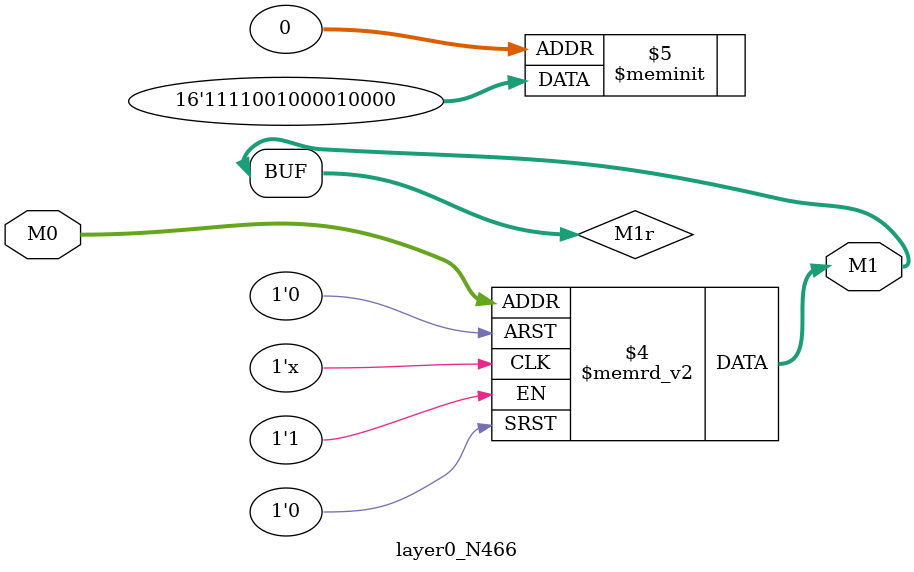
<source format=v>
module layer0_N466 ( input [2:0] M0, output [1:0] M1 );

	(*rom_style = "distributed" *) reg [1:0] M1r;
	assign M1 = M1r;
	always @ (M0) begin
		case (M0)
			3'b000: M1r = 2'b00;
			3'b100: M1r = 2'b10;
			3'b010: M1r = 2'b01;
			3'b110: M1r = 2'b11;
			3'b001: M1r = 2'b00;
			3'b101: M1r = 2'b00;
			3'b011: M1r = 2'b00;
			3'b111: M1r = 2'b11;

		endcase
	end
endmodule

</source>
